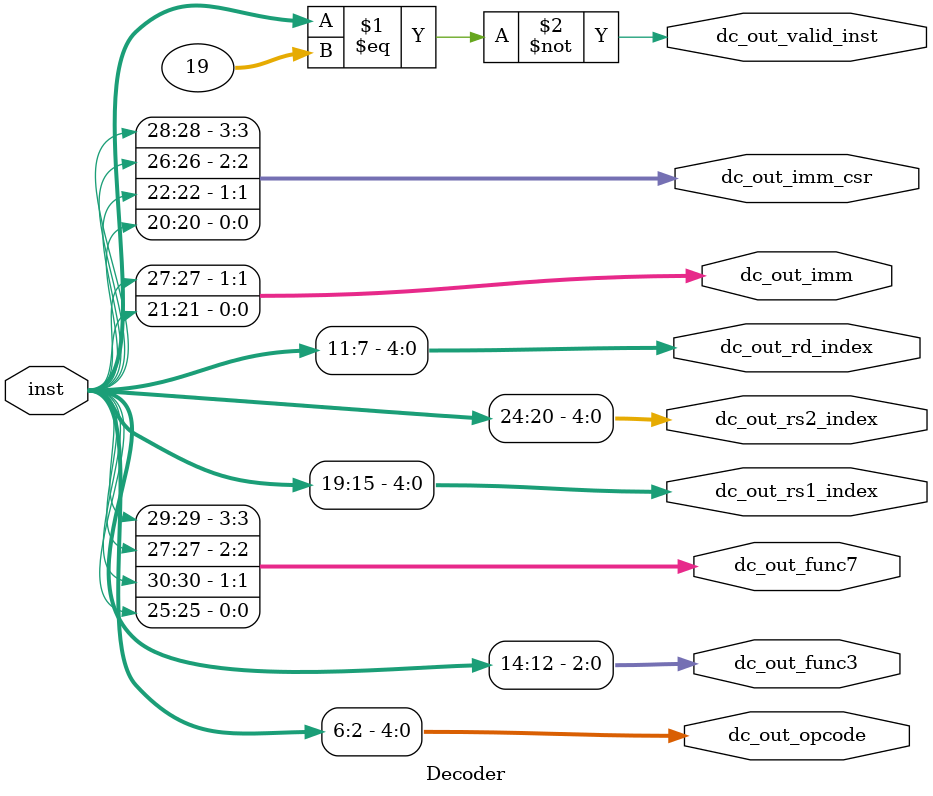
<source format=sv>
module Decoder (
    input [31:0] inst,
    output logic [4:0] dc_out_opcode,
    output logic [2:0] dc_out_func3,
    // output logic       dc_out_func5,
    output logic [3:0] dc_out_func7,
    output logic [4:0] dc_out_rs1_index,
    output logic [4:0] dc_out_rs2_index,
    output logic [4:0] dc_out_rd_index,
    output logic [1:0] dc_out_imm,
    output logic [3:0] dc_out_imm_csr, // imm 28, 26, 22, 20 
    output logic dc_out_valid_inst // valid instruction
);

    assign dc_out_opcode = inst[6:2];

    assign dc_out_func3 = inst[14:12];
    
    // assign dc_out_func7 = {inst[30], inst[25]};
    assign dc_out_func7 = {inst[29], inst[27], inst[30], inst[25]};

    assign dc_out_rs1_index = inst[19:15];
    assign dc_out_rs2_index = inst[24:20];

    assign dc_out_rd_index = inst[11:7];

    // CSR type
    assign dc_out_imm = {inst[27], inst[21]};
    assign dc_out_imm_csr = {inst[28], inst[26], inst[22], inst[20]};

    assign dc_out_valid_inst = ~(inst == 32'h00000013); // NOP addi x0, x0, 0

endmodule

</source>
